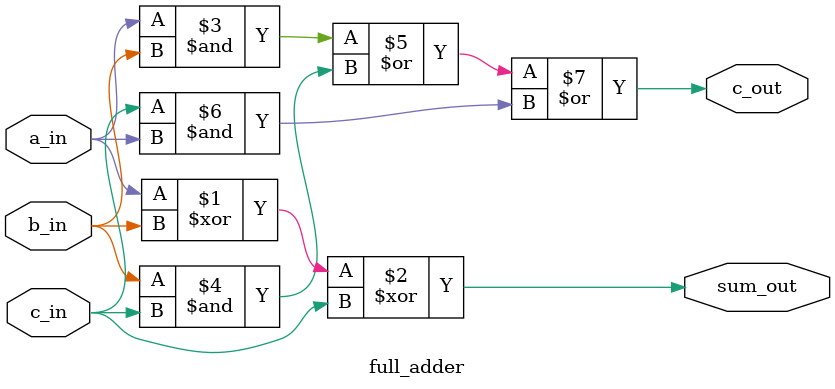
<source format=v>

module full_adder (
    // Module head (verilog-IEEE-2001 format)
    input  wire a_in,
    input  wire b_in,
    input  wire c_in,  // carry in
    output wire sum_out,
    output wire c_out  // carry out
);

    // Method 1: gate-level description
    assign sum_out = a_in ^ b_in ^ c_in;
    assign c_out = (a_in & b_in) | (b_in & c_in) | (c_in & a_in);

    // Method 2: RTL design for adder with the keyword "assign"
    // Behavior of this adder can be synthesizable
    // "assign" means connectivity, which is used to describe a combinational circuit
    // assign {c_out, sum_out} = a_in + b_in + c_in;

    // Method 3: RTL design for adder with the keyword "always"
    // always @(a_in, b_in, c_in)
    //     {c_out, sum_out} = a_in + b_in + c_in;
    
endmodule

</source>
